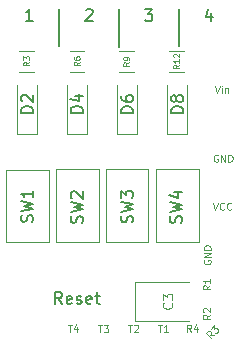
<source format=gto>
G04 #@! TF.FileFunction,Legend,Top*
%FSLAX46Y46*%
G04 Gerber Fmt 4.6, Leading zero omitted, Abs format (unit mm)*
G04 Created by KiCad (PCBNEW 4.0.2-stable) date 08.08.2017 13:07:48*
%MOMM*%
G01*
G04 APERTURE LIST*
%ADD10C,0.100000*%
%ADD11C,0.200000*%
%ADD12C,0.120000*%
%ADD13C,0.150000*%
%ADD14C,0.075000*%
G04 APERTURE END LIST*
D10*
D11*
X187642477Y-95746914D02*
X187642477Y-96413581D01*
X187404381Y-95365962D02*
X187166286Y-96080248D01*
X187785334Y-96080248D01*
X182038667Y-95413581D02*
X182657715Y-95413581D01*
X182324381Y-95794533D01*
X182467239Y-95794533D01*
X182562477Y-95842152D01*
X182610096Y-95889771D01*
X182657715Y-95985010D01*
X182657715Y-96223105D01*
X182610096Y-96318343D01*
X182562477Y-96365962D01*
X182467239Y-96413581D01*
X182181524Y-96413581D01*
X182086286Y-96365962D01*
X182038667Y-96318343D01*
X177031686Y-95483419D02*
X177079305Y-95435800D01*
X177174543Y-95388181D01*
X177412639Y-95388181D01*
X177507877Y-95435800D01*
X177555496Y-95483419D01*
X177603115Y-95578657D01*
X177603115Y-95673895D01*
X177555496Y-95816752D01*
X176984067Y-96388181D01*
X177603115Y-96388181D01*
X172523115Y-96388181D02*
X171951686Y-96388181D01*
X172237400Y-96388181D02*
X172237400Y-95388181D01*
X172142162Y-95531038D01*
X172046924Y-95626276D01*
X171951686Y-95673895D01*
X184886600Y-95377000D02*
X184886600Y-98501200D01*
X179857400Y-95377000D02*
X179857400Y-98602800D01*
X174726600Y-95377000D02*
X174726600Y-98552000D01*
D10*
X187955315Y-101881029D02*
X188155315Y-102481029D01*
X188355315Y-101881029D01*
X188555315Y-102481029D02*
X188555315Y-102081029D01*
X188555315Y-101881029D02*
X188526744Y-101909600D01*
X188555315Y-101938171D01*
X188583887Y-101909600D01*
X188555315Y-101881029D01*
X188555315Y-101938171D01*
X188841029Y-102081029D02*
X188841029Y-102481029D01*
X188841029Y-102138171D02*
X188869601Y-102109600D01*
X188926743Y-102081029D01*
X189012458Y-102081029D01*
X189069601Y-102109600D01*
X189098172Y-102166743D01*
X189098172Y-102481029D01*
X188188658Y-107751600D02*
X188131515Y-107723029D01*
X188045801Y-107723029D01*
X187960086Y-107751600D01*
X187902944Y-107808743D01*
X187874372Y-107865886D01*
X187845801Y-107980171D01*
X187845801Y-108065886D01*
X187874372Y-108180171D01*
X187902944Y-108237314D01*
X187960086Y-108294457D01*
X188045801Y-108323029D01*
X188102944Y-108323029D01*
X188188658Y-108294457D01*
X188217229Y-108265886D01*
X188217229Y-108065886D01*
X188102944Y-108065886D01*
X188474372Y-108323029D02*
X188474372Y-107723029D01*
X188817229Y-108323029D01*
X188817229Y-107723029D01*
X189102943Y-108323029D02*
X189102943Y-107723029D01*
X189245800Y-107723029D01*
X189331515Y-107751600D01*
X189388657Y-107808743D01*
X189417229Y-107865886D01*
X189445800Y-107980171D01*
X189445800Y-108065886D01*
X189417229Y-108180171D01*
X189388657Y-108237314D01*
X189331515Y-108294457D01*
X189245800Y-108323029D01*
X189102943Y-108323029D01*
D11*
X175012505Y-120365781D02*
X174679171Y-119889590D01*
X174441076Y-120365781D02*
X174441076Y-119365781D01*
X174822029Y-119365781D01*
X174917267Y-119413400D01*
X174964886Y-119461019D01*
X175012505Y-119556257D01*
X175012505Y-119699114D01*
X174964886Y-119794352D01*
X174917267Y-119841971D01*
X174822029Y-119889590D01*
X174441076Y-119889590D01*
X175822029Y-120318162D02*
X175726791Y-120365781D01*
X175536314Y-120365781D01*
X175441076Y-120318162D01*
X175393457Y-120222924D01*
X175393457Y-119841971D01*
X175441076Y-119746733D01*
X175536314Y-119699114D01*
X175726791Y-119699114D01*
X175822029Y-119746733D01*
X175869648Y-119841971D01*
X175869648Y-119937210D01*
X175393457Y-120032448D01*
X176250600Y-120318162D02*
X176345838Y-120365781D01*
X176536314Y-120365781D01*
X176631553Y-120318162D01*
X176679172Y-120222924D01*
X176679172Y-120175305D01*
X176631553Y-120080067D01*
X176536314Y-120032448D01*
X176393457Y-120032448D01*
X176298219Y-119984829D01*
X176250600Y-119889590D01*
X176250600Y-119841971D01*
X176298219Y-119746733D01*
X176393457Y-119699114D01*
X176536314Y-119699114D01*
X176631553Y-119746733D01*
X177488696Y-120318162D02*
X177393458Y-120365781D01*
X177202981Y-120365781D01*
X177107743Y-120318162D01*
X177060124Y-120222924D01*
X177060124Y-119841971D01*
X177107743Y-119746733D01*
X177202981Y-119699114D01*
X177393458Y-119699114D01*
X177488696Y-119746733D01*
X177536315Y-119841971D01*
X177536315Y-119937210D01*
X177060124Y-120032448D01*
X177822029Y-119699114D02*
X178202981Y-119699114D01*
X177964886Y-119365781D02*
X177964886Y-120222924D01*
X178012505Y-120318162D01*
X178107743Y-120365781D01*
X178202981Y-120365781D01*
D10*
X187795000Y-111787029D02*
X187995000Y-112387029D01*
X188195000Y-111787029D01*
X188737857Y-112329886D02*
X188709286Y-112358457D01*
X188623572Y-112387029D01*
X188566429Y-112387029D01*
X188480714Y-112358457D01*
X188423572Y-112301314D01*
X188395000Y-112244171D01*
X188366429Y-112129886D01*
X188366429Y-112044171D01*
X188395000Y-111929886D01*
X188423572Y-111872743D01*
X188480714Y-111815600D01*
X188566429Y-111787029D01*
X188623572Y-111787029D01*
X188709286Y-111815600D01*
X188737857Y-111844171D01*
X189337857Y-112329886D02*
X189309286Y-112358457D01*
X189223572Y-112387029D01*
X189166429Y-112387029D01*
X189080714Y-112358457D01*
X189023572Y-112301314D01*
X188995000Y-112244171D01*
X188966429Y-112129886D01*
X188966429Y-112044171D01*
X188995000Y-111929886D01*
X189023572Y-111872743D01*
X189080714Y-111815600D01*
X189166429Y-111787029D01*
X189223572Y-111787029D01*
X189309286Y-111815600D01*
X189337857Y-111844171D01*
X175501357Y-122099429D02*
X175844214Y-122099429D01*
X175672785Y-122699429D02*
X175672785Y-122099429D01*
X176301357Y-122299429D02*
X176301357Y-122699429D01*
X176158500Y-122070857D02*
X176015643Y-122499429D01*
X176387071Y-122499429D01*
X178041357Y-122162929D02*
X178384214Y-122162929D01*
X178212785Y-122762929D02*
X178212785Y-122162929D01*
X178527071Y-122162929D02*
X178898500Y-122162929D01*
X178698500Y-122391500D01*
X178784214Y-122391500D01*
X178841357Y-122420071D01*
X178869928Y-122448643D01*
X178898500Y-122505786D01*
X178898500Y-122648643D01*
X178869928Y-122705786D01*
X178841357Y-122734357D01*
X178784214Y-122762929D01*
X178612786Y-122762929D01*
X178555643Y-122734357D01*
X178527071Y-122705786D01*
X180581357Y-122099429D02*
X180924214Y-122099429D01*
X180752785Y-122699429D02*
X180752785Y-122099429D01*
X181095643Y-122156571D02*
X181124214Y-122128000D01*
X181181357Y-122099429D01*
X181324214Y-122099429D01*
X181381357Y-122128000D01*
X181409928Y-122156571D01*
X181438500Y-122213714D01*
X181438500Y-122270857D01*
X181409928Y-122356571D01*
X181067071Y-122699429D01*
X181438500Y-122699429D01*
X183121357Y-122099429D02*
X183464214Y-122099429D01*
X183292785Y-122699429D02*
X183292785Y-122099429D01*
X183978500Y-122699429D02*
X183635643Y-122699429D01*
X183807071Y-122699429D02*
X183807071Y-122099429D01*
X183749928Y-122185143D01*
X183692786Y-122242286D01*
X183635643Y-122270857D01*
X185955000Y-122699429D02*
X185755000Y-122413714D01*
X185612143Y-122699429D02*
X185612143Y-122099429D01*
X185840715Y-122099429D01*
X185897857Y-122128000D01*
X185926429Y-122156571D01*
X185955000Y-122213714D01*
X185955000Y-122299429D01*
X185926429Y-122356571D01*
X185897857Y-122385143D01*
X185840715Y-122413714D01*
X185612143Y-122413714D01*
X186469286Y-122299429D02*
X186469286Y-122699429D01*
X186326429Y-122070857D02*
X186183572Y-122499429D01*
X186555000Y-122499429D01*
X187890719Y-123008140D02*
X187547266Y-122947530D01*
X187648282Y-123250576D02*
X187224018Y-122826312D01*
X187385643Y-122664688D01*
X187446251Y-122644485D01*
X187486657Y-122644484D01*
X187547266Y-122664688D01*
X187607876Y-122725297D01*
X187628079Y-122785905D01*
X187628079Y-122826312D01*
X187607876Y-122886921D01*
X187446251Y-123048545D01*
X187607876Y-122442455D02*
X187870516Y-122179815D01*
X187890719Y-122482860D01*
X187951328Y-122422251D01*
X188011937Y-122402048D01*
X188052343Y-122402048D01*
X188112952Y-122422251D01*
X188213968Y-122523266D01*
X188234170Y-122583876D01*
X188234170Y-122624281D01*
X188213968Y-122684891D01*
X188092750Y-122806109D01*
X188032140Y-122826312D01*
X187991734Y-122826312D01*
X187532929Y-121258000D02*
X187247214Y-121458000D01*
X187532929Y-121600857D02*
X186932929Y-121600857D01*
X186932929Y-121372285D01*
X186961500Y-121315143D01*
X186990071Y-121286571D01*
X187047214Y-121258000D01*
X187132929Y-121258000D01*
X187190071Y-121286571D01*
X187218643Y-121315143D01*
X187247214Y-121372285D01*
X187247214Y-121600857D01*
X186990071Y-121029428D02*
X186961500Y-121000857D01*
X186932929Y-120943714D01*
X186932929Y-120800857D01*
X186961500Y-120743714D01*
X186990071Y-120715143D01*
X187047214Y-120686571D01*
X187104357Y-120686571D01*
X187190071Y-120715143D01*
X187532929Y-121058000D01*
X187532929Y-120686571D01*
X187532929Y-118781500D02*
X187247214Y-118981500D01*
X187532929Y-119124357D02*
X186932929Y-119124357D01*
X186932929Y-118895785D01*
X186961500Y-118838643D01*
X186990071Y-118810071D01*
X187047214Y-118781500D01*
X187132929Y-118781500D01*
X187190071Y-118810071D01*
X187218643Y-118838643D01*
X187247214Y-118895785D01*
X187247214Y-119124357D01*
X187532929Y-118210071D02*
X187532929Y-118552928D01*
X187532929Y-118381500D02*
X186932929Y-118381500D01*
X187018643Y-118438643D01*
X187075786Y-118495785D01*
X187104357Y-118552928D01*
X187025000Y-116662142D02*
X186996429Y-116719285D01*
X186996429Y-116804999D01*
X187025000Y-116890714D01*
X187082143Y-116947856D01*
X187139286Y-116976428D01*
X187253571Y-117004999D01*
X187339286Y-117004999D01*
X187453571Y-116976428D01*
X187510714Y-116947856D01*
X187567857Y-116890714D01*
X187596429Y-116804999D01*
X187596429Y-116747856D01*
X187567857Y-116662142D01*
X187539286Y-116633571D01*
X187339286Y-116633571D01*
X187339286Y-116747856D01*
X187596429Y-116376428D02*
X186996429Y-116376428D01*
X187596429Y-116033571D01*
X186996429Y-116033571D01*
X187596429Y-115747857D02*
X186996429Y-115747857D01*
X186996429Y-115605000D01*
X187025000Y-115519285D01*
X187082143Y-115462143D01*
X187139286Y-115433571D01*
X187253571Y-115405000D01*
X187339286Y-115405000D01*
X187453571Y-115433571D01*
X187510714Y-115462143D01*
X187567857Y-115519285D01*
X187596429Y-115605000D01*
X187596429Y-115747857D01*
D12*
X170300400Y-115099400D02*
X170300400Y-108979400D01*
X170300400Y-108979400D02*
X173920400Y-108979400D01*
X173920400Y-108979400D02*
X173920400Y-115099400D01*
X173920400Y-115099400D02*
X170300400Y-115099400D01*
X174491400Y-115074000D02*
X174491400Y-108954000D01*
X174491400Y-108954000D02*
X178111400Y-108954000D01*
X178111400Y-108954000D02*
X178111400Y-115074000D01*
X178111400Y-115074000D02*
X174491400Y-115074000D01*
X178707800Y-115074000D02*
X178707800Y-108954000D01*
X178707800Y-108954000D02*
X182327800Y-108954000D01*
X182327800Y-108954000D02*
X182327800Y-115074000D01*
X182327800Y-115074000D02*
X178707800Y-115074000D01*
X182949600Y-115074000D02*
X182949600Y-108954000D01*
X182949600Y-108954000D02*
X186569600Y-108954000D01*
X186569600Y-108954000D02*
X186569600Y-115074000D01*
X186569600Y-115074000D02*
X182949600Y-115074000D01*
X181197600Y-118466600D02*
X185747600Y-118466600D01*
X181197600Y-121766600D02*
X185747600Y-121766600D01*
X181197600Y-118466600D02*
X181197600Y-121766600D01*
X171158800Y-105928800D02*
X172858800Y-105928800D01*
X172858800Y-105878800D02*
X172858800Y-101828800D01*
X171158800Y-105878800D02*
X171158800Y-101828800D01*
X172608800Y-100676600D02*
X171408800Y-100676600D01*
X171408800Y-98916600D02*
X172608800Y-98916600D01*
X175426000Y-105928800D02*
X177126000Y-105928800D01*
X177126000Y-105878800D02*
X177126000Y-101828800D01*
X175426000Y-105878800D02*
X175426000Y-101828800D01*
X179642400Y-105928800D02*
X181342400Y-105928800D01*
X181342400Y-105878800D02*
X181342400Y-101828800D01*
X179642400Y-105878800D02*
X179642400Y-101828800D01*
X183909600Y-105928800D02*
X185609600Y-105928800D01*
X185609600Y-105878800D02*
X185609600Y-101828800D01*
X183909600Y-105878800D02*
X183909600Y-101828800D01*
X175676000Y-98916600D02*
X176876000Y-98916600D01*
X176876000Y-100676600D02*
X175676000Y-100676600D01*
X179867000Y-98942000D02*
X181067000Y-98942000D01*
X181067000Y-100702000D02*
X179867000Y-100702000D01*
X184108800Y-98916600D02*
X185308800Y-98916600D01*
X185308800Y-100676600D02*
X184108800Y-100676600D01*
D13*
X172489762Y-113423533D02*
X172537381Y-113280676D01*
X172537381Y-113042580D01*
X172489762Y-112947342D01*
X172442143Y-112899723D01*
X172346905Y-112852104D01*
X172251667Y-112852104D01*
X172156429Y-112899723D01*
X172108810Y-112947342D01*
X172061190Y-113042580D01*
X172013571Y-113233057D01*
X171965952Y-113328295D01*
X171918333Y-113375914D01*
X171823095Y-113423533D01*
X171727857Y-113423533D01*
X171632619Y-113375914D01*
X171585000Y-113328295D01*
X171537381Y-113233057D01*
X171537381Y-112994961D01*
X171585000Y-112852104D01*
X171537381Y-112518771D02*
X172537381Y-112280676D01*
X171823095Y-112090199D01*
X172537381Y-111899723D01*
X171537381Y-111661628D01*
X172537381Y-110756866D02*
X172537381Y-111328295D01*
X172537381Y-111042581D02*
X171537381Y-111042581D01*
X171680238Y-111137819D01*
X171775476Y-111233057D01*
X171823095Y-111328295D01*
X176706162Y-113499733D02*
X176753781Y-113356876D01*
X176753781Y-113118780D01*
X176706162Y-113023542D01*
X176658543Y-112975923D01*
X176563305Y-112928304D01*
X176468067Y-112928304D01*
X176372829Y-112975923D01*
X176325210Y-113023542D01*
X176277590Y-113118780D01*
X176229971Y-113309257D01*
X176182352Y-113404495D01*
X176134733Y-113452114D01*
X176039495Y-113499733D01*
X175944257Y-113499733D01*
X175849019Y-113452114D01*
X175801400Y-113404495D01*
X175753781Y-113309257D01*
X175753781Y-113071161D01*
X175801400Y-112928304D01*
X175753781Y-112594971D02*
X176753781Y-112356876D01*
X176039495Y-112166399D01*
X176753781Y-111975923D01*
X175753781Y-111737828D01*
X175849019Y-111404495D02*
X175801400Y-111356876D01*
X175753781Y-111261638D01*
X175753781Y-111023542D01*
X175801400Y-110928304D01*
X175849019Y-110880685D01*
X175944257Y-110833066D01*
X176039495Y-110833066D01*
X176182352Y-110880685D01*
X176753781Y-111452114D01*
X176753781Y-110833066D01*
X180973362Y-113448933D02*
X181020981Y-113306076D01*
X181020981Y-113067980D01*
X180973362Y-112972742D01*
X180925743Y-112925123D01*
X180830505Y-112877504D01*
X180735267Y-112877504D01*
X180640029Y-112925123D01*
X180592410Y-112972742D01*
X180544790Y-113067980D01*
X180497171Y-113258457D01*
X180449552Y-113353695D01*
X180401933Y-113401314D01*
X180306695Y-113448933D01*
X180211457Y-113448933D01*
X180116219Y-113401314D01*
X180068600Y-113353695D01*
X180020981Y-113258457D01*
X180020981Y-113020361D01*
X180068600Y-112877504D01*
X180020981Y-112544171D02*
X181020981Y-112306076D01*
X180306695Y-112115599D01*
X181020981Y-111925123D01*
X180020981Y-111687028D01*
X180020981Y-111401314D02*
X180020981Y-110782266D01*
X180401933Y-111115600D01*
X180401933Y-110972742D01*
X180449552Y-110877504D01*
X180497171Y-110829885D01*
X180592410Y-110782266D01*
X180830505Y-110782266D01*
X180925743Y-110829885D01*
X180973362Y-110877504D01*
X181020981Y-110972742D01*
X181020981Y-111258457D01*
X180973362Y-111353695D01*
X180925743Y-111401314D01*
X185088162Y-113474333D02*
X185135781Y-113331476D01*
X185135781Y-113093380D01*
X185088162Y-112998142D01*
X185040543Y-112950523D01*
X184945305Y-112902904D01*
X184850067Y-112902904D01*
X184754829Y-112950523D01*
X184707210Y-112998142D01*
X184659590Y-113093380D01*
X184611971Y-113283857D01*
X184564352Y-113379095D01*
X184516733Y-113426714D01*
X184421495Y-113474333D01*
X184326257Y-113474333D01*
X184231019Y-113426714D01*
X184183400Y-113379095D01*
X184135781Y-113283857D01*
X184135781Y-113045761D01*
X184183400Y-112902904D01*
X184135781Y-112569571D02*
X185135781Y-112331476D01*
X184421495Y-112140999D01*
X185135781Y-111950523D01*
X184135781Y-111712428D01*
X184469114Y-110902904D02*
X185135781Y-110902904D01*
X184088162Y-111141000D02*
X184802448Y-111379095D01*
X184802448Y-110760047D01*
D12*
X184283314Y-120249933D02*
X184321410Y-120288028D01*
X184359505Y-120402314D01*
X184359505Y-120478504D01*
X184321410Y-120592790D01*
X184245219Y-120668981D01*
X184169029Y-120707076D01*
X184016648Y-120745171D01*
X183902362Y-120745171D01*
X183749981Y-120707076D01*
X183673790Y-120668981D01*
X183597600Y-120592790D01*
X183559505Y-120478504D01*
X183559505Y-120402314D01*
X183597600Y-120288028D01*
X183635695Y-120249933D01*
X183559505Y-119983266D02*
X183559505Y-119488028D01*
X183864267Y-119754695D01*
X183864267Y-119640409D01*
X183902362Y-119564219D01*
X183940457Y-119526123D01*
X184016648Y-119488028D01*
X184207124Y-119488028D01*
X184283314Y-119526123D01*
X184321410Y-119564219D01*
X184359505Y-119640409D01*
X184359505Y-119868981D01*
X184321410Y-119945171D01*
X184283314Y-119983266D01*
D13*
X172537381Y-104166895D02*
X171537381Y-104166895D01*
X171537381Y-103928800D01*
X171585000Y-103785942D01*
X171680238Y-103690704D01*
X171775476Y-103643085D01*
X171965952Y-103595466D01*
X172108810Y-103595466D01*
X172299286Y-103643085D01*
X172394524Y-103690704D01*
X172489762Y-103785942D01*
X172537381Y-103928800D01*
X172537381Y-104166895D01*
X171632619Y-103214514D02*
X171585000Y-103166895D01*
X171537381Y-103071657D01*
X171537381Y-102833561D01*
X171585000Y-102738323D01*
X171632619Y-102690704D01*
X171727857Y-102643085D01*
X171823095Y-102643085D01*
X171965952Y-102690704D01*
X172537381Y-103262133D01*
X172537381Y-102643085D01*
D14*
X172234990Y-99879933D02*
X171996895Y-100046600D01*
X172234990Y-100165647D02*
X171734990Y-100165647D01*
X171734990Y-99975171D01*
X171758800Y-99927552D01*
X171782610Y-99903743D01*
X171830229Y-99879933D01*
X171901657Y-99879933D01*
X171949276Y-99903743D01*
X171973086Y-99927552D01*
X171996895Y-99975171D01*
X171996895Y-100165647D01*
X171734990Y-99713266D02*
X171734990Y-99403743D01*
X171925467Y-99570409D01*
X171925467Y-99498981D01*
X171949276Y-99451362D01*
X171973086Y-99427552D01*
X172020705Y-99403743D01*
X172139752Y-99403743D01*
X172187371Y-99427552D01*
X172211181Y-99451362D01*
X172234990Y-99498981D01*
X172234990Y-99641838D01*
X172211181Y-99689457D01*
X172187371Y-99713266D01*
D13*
X176753781Y-104166895D02*
X175753781Y-104166895D01*
X175753781Y-103928800D01*
X175801400Y-103785942D01*
X175896638Y-103690704D01*
X175991876Y-103643085D01*
X176182352Y-103595466D01*
X176325210Y-103595466D01*
X176515686Y-103643085D01*
X176610924Y-103690704D01*
X176706162Y-103785942D01*
X176753781Y-103928800D01*
X176753781Y-104166895D01*
X176087114Y-102738323D02*
X176753781Y-102738323D01*
X175706162Y-102976419D02*
X176420448Y-103214514D01*
X176420448Y-102595466D01*
X181020981Y-104192295D02*
X180020981Y-104192295D01*
X180020981Y-103954200D01*
X180068600Y-103811342D01*
X180163838Y-103716104D01*
X180259076Y-103668485D01*
X180449552Y-103620866D01*
X180592410Y-103620866D01*
X180782886Y-103668485D01*
X180878124Y-103716104D01*
X180973362Y-103811342D01*
X181020981Y-103954200D01*
X181020981Y-104192295D01*
X180020981Y-102763723D02*
X180020981Y-102954200D01*
X180068600Y-103049438D01*
X180116219Y-103097057D01*
X180259076Y-103192295D01*
X180449552Y-103239914D01*
X180830505Y-103239914D01*
X180925743Y-103192295D01*
X180973362Y-103144676D01*
X181020981Y-103049438D01*
X181020981Y-102858961D01*
X180973362Y-102763723D01*
X180925743Y-102716104D01*
X180830505Y-102668485D01*
X180592410Y-102668485D01*
X180497171Y-102716104D01*
X180449552Y-102763723D01*
X180401933Y-102858961D01*
X180401933Y-103049438D01*
X180449552Y-103144676D01*
X180497171Y-103192295D01*
X180592410Y-103239914D01*
X185262781Y-104192295D02*
X184262781Y-104192295D01*
X184262781Y-103954200D01*
X184310400Y-103811342D01*
X184405638Y-103716104D01*
X184500876Y-103668485D01*
X184691352Y-103620866D01*
X184834210Y-103620866D01*
X185024686Y-103668485D01*
X185119924Y-103716104D01*
X185215162Y-103811342D01*
X185262781Y-103954200D01*
X185262781Y-104192295D01*
X184691352Y-103049438D02*
X184643733Y-103144676D01*
X184596114Y-103192295D01*
X184500876Y-103239914D01*
X184453257Y-103239914D01*
X184358019Y-103192295D01*
X184310400Y-103144676D01*
X184262781Y-103049438D01*
X184262781Y-102858961D01*
X184310400Y-102763723D01*
X184358019Y-102716104D01*
X184453257Y-102668485D01*
X184500876Y-102668485D01*
X184596114Y-102716104D01*
X184643733Y-102763723D01*
X184691352Y-102858961D01*
X184691352Y-103049438D01*
X184738971Y-103144676D01*
X184786590Y-103192295D01*
X184881829Y-103239914D01*
X185072305Y-103239914D01*
X185167543Y-103192295D01*
X185215162Y-103144676D01*
X185262781Y-103049438D01*
X185262781Y-102858961D01*
X185215162Y-102763723D01*
X185167543Y-102716104D01*
X185072305Y-102668485D01*
X184881829Y-102668485D01*
X184786590Y-102716104D01*
X184738971Y-102763723D01*
X184691352Y-102858961D01*
D14*
X176502190Y-99879933D02*
X176264095Y-100046600D01*
X176502190Y-100165647D02*
X176002190Y-100165647D01*
X176002190Y-99975171D01*
X176026000Y-99927552D01*
X176049810Y-99903743D01*
X176097429Y-99879933D01*
X176168857Y-99879933D01*
X176216476Y-99903743D01*
X176240286Y-99927552D01*
X176264095Y-99975171D01*
X176264095Y-100165647D01*
X176002190Y-99451362D02*
X176002190Y-99546600D01*
X176026000Y-99594219D01*
X176049810Y-99618028D01*
X176121238Y-99665647D01*
X176216476Y-99689457D01*
X176406952Y-99689457D01*
X176454571Y-99665647D01*
X176478381Y-99641838D01*
X176502190Y-99594219D01*
X176502190Y-99498981D01*
X176478381Y-99451362D01*
X176454571Y-99427552D01*
X176406952Y-99403743D01*
X176287905Y-99403743D01*
X176240286Y-99427552D01*
X176216476Y-99451362D01*
X176192667Y-99498981D01*
X176192667Y-99594219D01*
X176216476Y-99641838D01*
X176240286Y-99665647D01*
X176287905Y-99689457D01*
X180693190Y-99905333D02*
X180455095Y-100072000D01*
X180693190Y-100191047D02*
X180193190Y-100191047D01*
X180193190Y-100000571D01*
X180217000Y-99952952D01*
X180240810Y-99929143D01*
X180288429Y-99905333D01*
X180359857Y-99905333D01*
X180407476Y-99929143D01*
X180431286Y-99952952D01*
X180455095Y-100000571D01*
X180455095Y-100191047D01*
X180693190Y-99667238D02*
X180693190Y-99572000D01*
X180669381Y-99524381D01*
X180645571Y-99500571D01*
X180574143Y-99452952D01*
X180478905Y-99429143D01*
X180288429Y-99429143D01*
X180240810Y-99452952D01*
X180217000Y-99476762D01*
X180193190Y-99524381D01*
X180193190Y-99619619D01*
X180217000Y-99667238D01*
X180240810Y-99691047D01*
X180288429Y-99714857D01*
X180407476Y-99714857D01*
X180455095Y-99691047D01*
X180478905Y-99667238D01*
X180502714Y-99619619D01*
X180502714Y-99524381D01*
X180478905Y-99476762D01*
X180455095Y-99452952D01*
X180407476Y-99429143D01*
X184934990Y-100118028D02*
X184696895Y-100284695D01*
X184934990Y-100403742D02*
X184434990Y-100403742D01*
X184434990Y-100213266D01*
X184458800Y-100165647D01*
X184482610Y-100141838D01*
X184530229Y-100118028D01*
X184601657Y-100118028D01*
X184649276Y-100141838D01*
X184673086Y-100165647D01*
X184696895Y-100213266D01*
X184696895Y-100403742D01*
X184934990Y-99641838D02*
X184934990Y-99927552D01*
X184934990Y-99784695D02*
X184434990Y-99784695D01*
X184506419Y-99832314D01*
X184554038Y-99879933D01*
X184577848Y-99927552D01*
X184482610Y-99451362D02*
X184458800Y-99427552D01*
X184434990Y-99379933D01*
X184434990Y-99260886D01*
X184458800Y-99213267D01*
X184482610Y-99189457D01*
X184530229Y-99165648D01*
X184577848Y-99165648D01*
X184649276Y-99189457D01*
X184934990Y-99475171D01*
X184934990Y-99165648D01*
M02*

</source>
